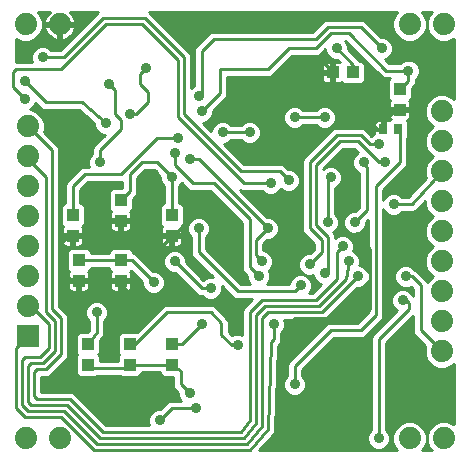
<source format=gbl>
G75*
%MOIN*%
%OFA0B0*%
%FSLAX25Y25*%
%IPPOS*%
%LPD*%
%AMOC8*
5,1,8,0,0,1.08239X$1,22.5*
%
%ADD10R,0.02756X0.03543*%
%ADD11C,0.07400*%
%ADD12R,0.07400X0.07400*%
%ADD13R,0.04331X0.03937*%
%ADD14R,0.03937X0.04331*%
%ADD15C,0.03600*%
%ADD16C,0.01000*%
D10*
X0431941Y0314500D03*
X0437059Y0314500D03*
D11*
X0312800Y0211500D03*
X0324200Y0211500D03*
X0313500Y0255500D03*
X0313500Y0265500D03*
X0313500Y0275500D03*
X0313500Y0285500D03*
X0313500Y0295500D03*
X0313500Y0305500D03*
X0313500Y0315500D03*
X0312800Y0349500D03*
X0324200Y0349500D03*
X0440800Y0349500D03*
X0452200Y0349500D03*
X0451500Y0320500D03*
X0451500Y0310500D03*
X0451500Y0300500D03*
X0451500Y0290500D03*
X0451500Y0280500D03*
X0451500Y0270500D03*
X0451500Y0260500D03*
X0451500Y0250500D03*
X0451500Y0240500D03*
X0452200Y0211500D03*
X0440800Y0211500D03*
D12*
X0313500Y0245500D03*
D13*
X0415154Y0333500D03*
X0421846Y0333500D03*
D14*
X0437500Y0327846D03*
X0437500Y0321154D03*
X0361500Y0285846D03*
X0361500Y0279154D03*
X0344500Y0284154D03*
X0344500Y0290846D03*
X0328500Y0285846D03*
X0328500Y0279154D03*
X0330500Y0270846D03*
X0330500Y0264154D03*
X0344500Y0264154D03*
X0344500Y0270846D03*
X0347500Y0242846D03*
X0347500Y0236154D03*
X0333500Y0236154D03*
X0333500Y0242846D03*
X0361500Y0242846D03*
X0361500Y0236154D03*
D15*
X0367500Y0226500D03*
X0369500Y0221500D03*
X0357500Y0217500D03*
X0383500Y0242500D03*
X0395500Y0249500D03*
X0400500Y0249500D03*
X0404500Y0262500D03*
X0407500Y0269500D03*
X0412500Y0266500D03*
X0420500Y0270500D03*
X0418500Y0275500D03*
X0423500Y0278500D03*
X0422500Y0283500D03*
X0413500Y0283500D03*
X0407500Y0275500D03*
X0423500Y0265500D03*
X0422500Y0252500D03*
X0438500Y0257500D03*
X0439500Y0265500D03*
X0435500Y0289500D03*
X0432500Y0303500D03*
X0430500Y0309500D03*
X0425500Y0303500D03*
X0414500Y0298500D03*
X0400500Y0297500D03*
X0394500Y0296500D03*
X0393500Y0281500D03*
X0393500Y0275500D03*
X0391500Y0270500D03*
X0390500Y0265500D03*
X0374500Y0261500D03*
X0362500Y0270500D03*
X0355500Y0263500D03*
X0371500Y0249500D03*
X0336500Y0253500D03*
X0370500Y0281500D03*
X0381500Y0284500D03*
X0361500Y0298500D03*
X0355500Y0299500D03*
X0362500Y0306500D03*
X0363500Y0311500D03*
X0367500Y0304500D03*
X0378500Y0313500D03*
X0387500Y0313500D03*
X0402500Y0318500D03*
X0412500Y0318500D03*
X0404500Y0336500D03*
X0416500Y0341500D03*
X0431500Y0341500D03*
X0440461Y0334012D03*
X0371500Y0320500D03*
X0370500Y0325500D03*
X0353000Y0335000D03*
X0340500Y0329500D03*
X0347500Y0319500D03*
X0339500Y0316500D03*
X0337500Y0303500D03*
X0312500Y0324500D03*
X0312500Y0330500D03*
X0318500Y0338500D03*
X0402500Y0229500D03*
X0430500Y0211500D03*
D16*
X0430500Y0244500D01*
X0440500Y0254500D01*
X0440500Y0256500D01*
X0439500Y0257500D01*
X0438500Y0257500D01*
X0442000Y0258980D02*
X0441721Y0259653D01*
X0440653Y0260721D01*
X0439256Y0261300D01*
X0437744Y0261300D01*
X0436347Y0260721D01*
X0435279Y0259653D01*
X0434700Y0258256D01*
X0434700Y0256744D01*
X0435279Y0255347D01*
X0436347Y0254279D01*
X0436627Y0254163D01*
X0429084Y0246619D01*
X0429084Y0246619D01*
X0428381Y0245916D01*
X0428000Y0244997D01*
X0428000Y0214374D01*
X0427279Y0213653D01*
X0426700Y0212256D01*
X0426700Y0210744D01*
X0427279Y0209347D01*
X0428347Y0208279D01*
X0429744Y0207700D01*
X0431256Y0207700D01*
X0432653Y0208279D01*
X0433721Y0209347D01*
X0434300Y0210744D01*
X0434300Y0212256D01*
X0433721Y0213653D01*
X0433000Y0214374D01*
X0433000Y0243464D01*
X0441916Y0252381D01*
X0442000Y0252464D01*
X0442000Y0247003D01*
X0442381Y0246084D01*
X0446102Y0242363D01*
X0445800Y0241634D01*
X0445800Y0239366D01*
X0446668Y0237271D01*
X0448271Y0235668D01*
X0450366Y0234800D01*
X0452634Y0234800D01*
X0454729Y0235668D01*
X0455500Y0236439D01*
X0455500Y0216261D01*
X0455429Y0216332D01*
X0453334Y0217200D01*
X0451066Y0217200D01*
X0448971Y0216332D01*
X0447368Y0214729D01*
X0446500Y0212634D01*
X0445632Y0214729D01*
X0444029Y0216332D01*
X0441934Y0217200D01*
X0439666Y0217200D01*
X0437571Y0216332D01*
X0435968Y0214729D01*
X0435100Y0212634D01*
X0435100Y0210366D01*
X0435968Y0208271D01*
X0436739Y0207500D01*
X0390793Y0207500D01*
X0395308Y0212767D01*
X0395569Y0213012D01*
X0395629Y0213142D01*
X0395722Y0213251D01*
X0395833Y0213591D01*
X0395981Y0213917D01*
X0395986Y0214060D01*
X0396031Y0214196D01*
X0396003Y0214553D01*
X0396965Y0242429D01*
X0397619Y0243084D01*
X0398000Y0244003D01*
X0398000Y0246626D01*
X0398721Y0247347D01*
X0399300Y0248744D01*
X0399300Y0250256D01*
X0398992Y0251000D01*
X0411997Y0251000D01*
X0412916Y0251381D01*
X0423236Y0261700D01*
X0424256Y0261700D01*
X0425653Y0262279D01*
X0426721Y0263347D01*
X0427000Y0264020D01*
X0427000Y0253536D01*
X0423464Y0250000D01*
X0414003Y0250000D01*
X0413084Y0249619D01*
X0412381Y0248916D01*
X0401084Y0237619D01*
X0401084Y0237619D01*
X0400381Y0236916D01*
X0400000Y0235997D01*
X0400000Y0232374D01*
X0399279Y0231653D01*
X0398700Y0230256D01*
X0398700Y0228744D01*
X0399279Y0227347D01*
X0400347Y0226279D01*
X0401744Y0225700D01*
X0403256Y0225700D01*
X0404653Y0226279D01*
X0405721Y0227347D01*
X0406300Y0228744D01*
X0406300Y0230256D01*
X0405721Y0231653D01*
X0405000Y0232374D01*
X0405000Y0234464D01*
X0415536Y0245000D01*
X0424997Y0245000D01*
X0425916Y0245381D01*
X0426619Y0246084D01*
X0431619Y0251084D01*
X0432000Y0252003D01*
X0432000Y0288020D01*
X0432279Y0287347D01*
X0433347Y0286279D01*
X0434744Y0285700D01*
X0436256Y0285700D01*
X0437653Y0286279D01*
X0438374Y0287000D01*
X0441064Y0287000D01*
X0441122Y0286979D01*
X0441559Y0287000D01*
X0441997Y0287000D01*
X0442054Y0287024D01*
X0442116Y0287026D01*
X0442512Y0287213D01*
X0442916Y0287381D01*
X0442960Y0287424D01*
X0443015Y0287450D01*
X0443310Y0287774D01*
X0443619Y0288084D01*
X0443643Y0288141D01*
X0445800Y0290514D01*
X0445800Y0289366D01*
X0446668Y0287271D01*
X0448271Y0285668D01*
X0448676Y0285500D01*
X0448271Y0285332D01*
X0446668Y0283729D01*
X0445800Y0281634D01*
X0445800Y0279366D01*
X0446668Y0277271D01*
X0448271Y0275668D01*
X0448676Y0275500D01*
X0448271Y0275332D01*
X0446668Y0273729D01*
X0445800Y0271634D01*
X0445800Y0269366D01*
X0446668Y0267271D01*
X0448271Y0265668D01*
X0448676Y0265500D01*
X0448271Y0265332D01*
X0446688Y0263749D01*
X0446619Y0263916D01*
X0445916Y0264619D01*
X0442916Y0267619D01*
X0442640Y0267734D01*
X0441653Y0268721D01*
X0440256Y0269300D01*
X0438744Y0269300D01*
X0437347Y0268721D01*
X0436279Y0267653D01*
X0435700Y0266256D01*
X0435700Y0264744D01*
X0436279Y0263347D01*
X0437347Y0262279D01*
X0438744Y0261700D01*
X0440256Y0261700D01*
X0441323Y0262142D01*
X0442000Y0261464D01*
X0442000Y0258980D01*
X0442000Y0259420D02*
X0441818Y0259420D01*
X0442000Y0260418D02*
X0440956Y0260418D01*
X0442000Y0261417D02*
X0432000Y0261417D01*
X0432000Y0262415D02*
X0437211Y0262415D01*
X0436251Y0263414D02*
X0432000Y0263414D01*
X0432000Y0264412D02*
X0435837Y0264412D01*
X0435700Y0265411D02*
X0432000Y0265411D01*
X0432000Y0266409D02*
X0435764Y0266409D01*
X0436177Y0267408D02*
X0432000Y0267408D01*
X0432000Y0268406D02*
X0437032Y0268406D01*
X0439500Y0265500D02*
X0441500Y0265500D01*
X0444500Y0262500D01*
X0444500Y0247500D01*
X0451500Y0240500D01*
X0447485Y0236454D02*
X0433000Y0236454D01*
X0433000Y0237452D02*
X0446593Y0237452D01*
X0446179Y0238451D02*
X0433000Y0238451D01*
X0433000Y0239449D02*
X0445800Y0239449D01*
X0445800Y0240448D02*
X0433000Y0240448D01*
X0433000Y0241446D02*
X0445800Y0241446D01*
X0446020Y0242445D02*
X0433000Y0242445D01*
X0433000Y0243443D02*
X0445021Y0243443D01*
X0444023Y0244442D02*
X0433977Y0244442D01*
X0434976Y0245440D02*
X0443024Y0245440D01*
X0442234Y0246439D02*
X0435974Y0246439D01*
X0436973Y0247437D02*
X0442000Y0247437D01*
X0442000Y0248436D02*
X0437972Y0248436D01*
X0438970Y0249434D02*
X0442000Y0249434D01*
X0442000Y0250433D02*
X0439969Y0250433D01*
X0440967Y0251432D02*
X0442000Y0251432D01*
X0441916Y0252381D02*
X0441916Y0252381D01*
X0441966Y0252430D02*
X0442000Y0252430D01*
X0436199Y0254427D02*
X0432000Y0254427D01*
X0432000Y0253429D02*
X0435893Y0253429D01*
X0434895Y0252430D02*
X0432000Y0252430D01*
X0431763Y0251432D02*
X0433896Y0251432D01*
X0432897Y0250433D02*
X0430969Y0250433D01*
X0431899Y0249434D02*
X0429970Y0249434D01*
X0430900Y0248436D02*
X0428972Y0248436D01*
X0429902Y0247437D02*
X0427973Y0247437D01*
X0428903Y0246439D02*
X0426974Y0246439D01*
X0425976Y0245440D02*
X0428184Y0245440D01*
X0428000Y0244442D02*
X0414977Y0244442D01*
X0413979Y0243443D02*
X0428000Y0243443D01*
X0428000Y0242445D02*
X0412980Y0242445D01*
X0411982Y0241446D02*
X0428000Y0241446D01*
X0428000Y0240448D02*
X0410983Y0240448D01*
X0409985Y0239449D02*
X0428000Y0239449D01*
X0428000Y0238451D02*
X0408986Y0238451D01*
X0407988Y0237452D02*
X0428000Y0237452D01*
X0428000Y0236454D02*
X0406989Y0236454D01*
X0405991Y0235455D02*
X0428000Y0235455D01*
X0428000Y0234457D02*
X0405000Y0234457D01*
X0405000Y0233458D02*
X0428000Y0233458D01*
X0428000Y0232460D02*
X0405000Y0232460D01*
X0405801Y0231461D02*
X0428000Y0231461D01*
X0428000Y0230463D02*
X0406214Y0230463D01*
X0406300Y0229464D02*
X0428000Y0229464D01*
X0428000Y0228466D02*
X0406185Y0228466D01*
X0405771Y0227467D02*
X0428000Y0227467D01*
X0428000Y0226469D02*
X0404843Y0226469D01*
X0402500Y0229500D02*
X0402500Y0235500D01*
X0414500Y0247500D01*
X0424500Y0247500D01*
X0429500Y0252500D01*
X0429500Y0295500D01*
X0437500Y0303500D01*
X0437500Y0314059D01*
X0437059Y0314500D01*
X0440437Y0314338D02*
X0447277Y0314338D01*
X0446668Y0313729D02*
X0445800Y0311634D01*
X0445800Y0309366D01*
X0446668Y0307271D01*
X0448271Y0305668D01*
X0448676Y0305500D01*
X0448271Y0305332D01*
X0446668Y0303729D01*
X0445800Y0301634D01*
X0445800Y0299366D01*
X0446204Y0298391D01*
X0440394Y0292000D01*
X0438374Y0292000D01*
X0437653Y0292721D01*
X0436256Y0293300D01*
X0434744Y0293300D01*
X0433347Y0292721D01*
X0432279Y0291653D01*
X0432000Y0290980D01*
X0432000Y0294464D01*
X0438916Y0301381D01*
X0439619Y0302084D01*
X0440000Y0303003D01*
X0440000Y0311463D01*
X0440437Y0311900D01*
X0440437Y0317100D01*
X0439968Y0317569D01*
X0440047Y0317590D01*
X0440390Y0317788D01*
X0440669Y0318067D01*
X0440866Y0318409D01*
X0440968Y0318791D01*
X0440968Y0320669D01*
X0437984Y0320669D01*
X0437984Y0321638D01*
X0440968Y0321638D01*
X0440968Y0323516D01*
X0440866Y0323898D01*
X0440737Y0324121D01*
X0441468Y0324853D01*
X0441468Y0328279D01*
X0441877Y0328688D01*
X0442580Y0329391D01*
X0442961Y0330310D01*
X0442961Y0331138D01*
X0443682Y0331859D01*
X0444261Y0333256D01*
X0444261Y0334768D01*
X0443682Y0336164D01*
X0442613Y0337233D01*
X0441216Y0337812D01*
X0439705Y0337812D01*
X0438308Y0337233D01*
X0437587Y0336512D01*
X0434024Y0336512D01*
X0432666Y0337870D01*
X0433653Y0338279D01*
X0434721Y0339347D01*
X0435300Y0340744D01*
X0435300Y0342256D01*
X0434721Y0343653D01*
X0433653Y0344721D01*
X0432256Y0345300D01*
X0431236Y0345300D01*
X0425916Y0350619D01*
X0424997Y0351000D01*
X0413003Y0351000D01*
X0412084Y0350619D01*
X0411381Y0349916D01*
X0408464Y0347000D01*
X0375003Y0347000D01*
X0374084Y0346619D01*
X0370084Y0342619D01*
X0369381Y0341916D01*
X0369000Y0340997D01*
X0369000Y0328992D01*
X0368347Y0328721D01*
X0368000Y0328374D01*
X0368000Y0338997D01*
X0367619Y0339916D01*
X0366916Y0340619D01*
X0354619Y0352916D01*
X0354036Y0353500D01*
X0436739Y0353500D01*
X0435968Y0352729D01*
X0435100Y0350634D01*
X0435100Y0348366D01*
X0435968Y0346271D01*
X0437571Y0344668D01*
X0439666Y0343800D01*
X0441934Y0343800D01*
X0444029Y0344668D01*
X0445632Y0346271D01*
X0446500Y0348366D01*
X0447368Y0346271D01*
X0448971Y0344668D01*
X0451066Y0343800D01*
X0453334Y0343800D01*
X0455429Y0344668D01*
X0455500Y0344739D01*
X0455500Y0324561D01*
X0454729Y0325332D01*
X0452634Y0326200D01*
X0450366Y0326200D01*
X0448271Y0325332D01*
X0446668Y0323729D01*
X0445800Y0321634D01*
X0445800Y0319366D01*
X0446668Y0317271D01*
X0448271Y0315668D01*
X0448676Y0315500D01*
X0448271Y0315332D01*
X0446668Y0313729D01*
X0446506Y0313339D02*
X0440437Y0313339D01*
X0440437Y0312341D02*
X0446093Y0312341D01*
X0445800Y0311342D02*
X0440000Y0311342D01*
X0440000Y0310344D02*
X0445800Y0310344D01*
X0445809Y0309345D02*
X0440000Y0309345D01*
X0440000Y0308347D02*
X0446222Y0308347D01*
X0446636Y0307348D02*
X0440000Y0307348D01*
X0440000Y0306350D02*
X0447589Y0306350D01*
X0448317Y0305351D02*
X0440000Y0305351D01*
X0440000Y0304353D02*
X0447292Y0304353D01*
X0446513Y0303354D02*
X0440000Y0303354D01*
X0439732Y0302356D02*
X0446099Y0302356D01*
X0445800Y0301357D02*
X0438893Y0301357D01*
X0437894Y0300359D02*
X0445800Y0300359D01*
X0445803Y0299360D02*
X0436896Y0299360D01*
X0435897Y0298362D02*
X0446177Y0298362D01*
X0445270Y0297363D02*
X0434899Y0297363D01*
X0433900Y0296365D02*
X0444362Y0296365D01*
X0443454Y0295366D02*
X0432902Y0295366D01*
X0432000Y0294368D02*
X0442546Y0294368D01*
X0441639Y0293369D02*
X0432000Y0293369D01*
X0432000Y0292370D02*
X0432996Y0292370D01*
X0432162Y0291372D02*
X0432000Y0291372D01*
X0435500Y0289500D02*
X0441500Y0289500D01*
X0451500Y0300500D01*
X0440731Y0292370D02*
X0438004Y0292370D01*
X0437753Y0286379D02*
X0447560Y0286379D01*
X0448389Y0285381D02*
X0432000Y0285381D01*
X0432000Y0286379D02*
X0433247Y0286379D01*
X0432266Y0287378D02*
X0432000Y0287378D01*
X0432000Y0284382D02*
X0447321Y0284382D01*
X0446525Y0283384D02*
X0432000Y0283384D01*
X0432000Y0282385D02*
X0446111Y0282385D01*
X0445800Y0281387D02*
X0432000Y0281387D01*
X0432000Y0280388D02*
X0445800Y0280388D01*
X0445800Y0279390D02*
X0432000Y0279390D01*
X0432000Y0278391D02*
X0446204Y0278391D01*
X0446617Y0277393D02*
X0432000Y0277393D01*
X0432000Y0276394D02*
X0447545Y0276394D01*
X0448425Y0275396D02*
X0432000Y0275396D01*
X0432000Y0274397D02*
X0447336Y0274397D01*
X0446531Y0273399D02*
X0432000Y0273399D01*
X0432000Y0272400D02*
X0446117Y0272400D01*
X0445800Y0271402D02*
X0432000Y0271402D01*
X0432000Y0270403D02*
X0445800Y0270403D01*
X0445800Y0269405D02*
X0432000Y0269405D01*
X0427000Y0269405D02*
X0424159Y0269405D01*
X0424116Y0269300D02*
X0424300Y0269744D01*
X0424300Y0271256D01*
X0423721Y0272653D01*
X0422653Y0273721D01*
X0421990Y0273996D01*
X0422300Y0274744D01*
X0422300Y0276256D01*
X0421721Y0277653D01*
X0420653Y0278721D01*
X0419256Y0279300D01*
X0417744Y0279300D01*
X0416347Y0278721D01*
X0416000Y0278374D01*
X0416000Y0278997D01*
X0415619Y0279916D01*
X0415373Y0280163D01*
X0415653Y0280279D01*
X0416721Y0281347D01*
X0417300Y0282744D01*
X0417300Y0284256D01*
X0416721Y0285653D01*
X0416000Y0286374D01*
X0416000Y0295008D01*
X0416653Y0295279D01*
X0417721Y0296347D01*
X0418300Y0297744D01*
X0418300Y0299256D01*
X0417721Y0300653D01*
X0416653Y0301721D01*
X0415256Y0302300D01*
X0413744Y0302300D01*
X0412347Y0301721D01*
X0412000Y0301374D01*
X0412000Y0301464D01*
X0418536Y0308000D01*
X0422464Y0308000D01*
X0423627Y0306837D01*
X0423347Y0306721D01*
X0422279Y0305653D01*
X0421700Y0304256D01*
X0421700Y0302744D01*
X0422279Y0301347D01*
X0423347Y0300279D01*
X0424000Y0300008D01*
X0424000Y0288536D01*
X0422764Y0287300D01*
X0421744Y0287300D01*
X0420347Y0286721D01*
X0419279Y0285653D01*
X0418700Y0284256D01*
X0418700Y0282744D01*
X0419279Y0281347D01*
X0420347Y0280279D01*
X0421744Y0279700D01*
X0423256Y0279700D01*
X0424653Y0280279D01*
X0425721Y0281347D01*
X0426300Y0282744D01*
X0426300Y0283764D01*
X0427000Y0284464D01*
X0427000Y0266980D01*
X0426721Y0267653D01*
X0425653Y0268721D01*
X0424256Y0269300D01*
X0424116Y0269300D01*
X0424300Y0270403D02*
X0427000Y0270403D01*
X0427000Y0271402D02*
X0424240Y0271402D01*
X0423826Y0272400D02*
X0427000Y0272400D01*
X0427000Y0273399D02*
X0422975Y0273399D01*
X0422156Y0274397D02*
X0427000Y0274397D01*
X0427500Y0274500D02*
X0427500Y0254500D01*
X0425500Y0252500D01*
X0422500Y0252500D01*
X0421500Y0252500D01*
X0420500Y0251500D01*
X0402500Y0251500D01*
X0400500Y0249500D01*
X0399300Y0249434D02*
X0412899Y0249434D01*
X0412381Y0248916D02*
X0412381Y0248916D01*
X0411900Y0248436D02*
X0399172Y0248436D01*
X0398759Y0247437D02*
X0410902Y0247437D01*
X0409903Y0246439D02*
X0398000Y0246439D01*
X0398000Y0245440D02*
X0408905Y0245440D01*
X0407906Y0244442D02*
X0398000Y0244442D01*
X0397768Y0243443D02*
X0406908Y0243443D01*
X0405909Y0242445D02*
X0396980Y0242445D01*
X0396931Y0241446D02*
X0404911Y0241446D01*
X0403912Y0240448D02*
X0396896Y0240448D01*
X0396862Y0239449D02*
X0402914Y0239449D01*
X0401915Y0238451D02*
X0396827Y0238451D01*
X0396793Y0237452D02*
X0400917Y0237452D01*
X0400189Y0236454D02*
X0396758Y0236454D01*
X0396724Y0235455D02*
X0400000Y0235455D01*
X0400000Y0234457D02*
X0396690Y0234457D01*
X0396655Y0233458D02*
X0400000Y0233458D01*
X0400000Y0232460D02*
X0396621Y0232460D01*
X0396586Y0231461D02*
X0399199Y0231461D01*
X0398786Y0230463D02*
X0396552Y0230463D01*
X0396517Y0229464D02*
X0398700Y0229464D01*
X0398815Y0228466D02*
X0396483Y0228466D01*
X0396449Y0227467D02*
X0399229Y0227467D01*
X0400157Y0226469D02*
X0396414Y0226469D01*
X0396380Y0225470D02*
X0428000Y0225470D01*
X0428000Y0224472D02*
X0396345Y0224472D01*
X0396311Y0223473D02*
X0428000Y0223473D01*
X0428000Y0222475D02*
X0396276Y0222475D01*
X0396242Y0221476D02*
X0428000Y0221476D01*
X0428000Y0220478D02*
X0396208Y0220478D01*
X0396173Y0219479D02*
X0428000Y0219479D01*
X0428000Y0218481D02*
X0396139Y0218481D01*
X0396104Y0217482D02*
X0428000Y0217482D01*
X0428000Y0216484D02*
X0396070Y0216484D01*
X0396035Y0215485D02*
X0428000Y0215485D01*
X0428000Y0214487D02*
X0396008Y0214487D01*
X0395799Y0213488D02*
X0427210Y0213488D01*
X0426797Y0212490D02*
X0395069Y0212490D01*
X0394214Y0211491D02*
X0426700Y0211491D01*
X0426804Y0210493D02*
X0393358Y0210493D01*
X0392502Y0209494D02*
X0427218Y0209494D01*
X0428130Y0208496D02*
X0391646Y0208496D01*
X0387500Y0207500D02*
X0393500Y0214500D01*
X0394500Y0243500D01*
X0395500Y0244500D01*
X0395500Y0249500D01*
X0399227Y0250433D02*
X0423897Y0250433D01*
X0424896Y0251432D02*
X0412967Y0251432D01*
X0413966Y0252430D02*
X0425895Y0252430D01*
X0426893Y0253429D02*
X0414964Y0253429D01*
X0415963Y0254427D02*
X0427000Y0254427D01*
X0427000Y0255426D02*
X0416961Y0255426D01*
X0417960Y0256424D02*
X0427000Y0256424D01*
X0427000Y0257423D02*
X0418958Y0257423D01*
X0419957Y0258421D02*
X0427000Y0258421D01*
X0427000Y0259420D02*
X0420955Y0259420D01*
X0421954Y0260418D02*
X0427000Y0260418D01*
X0427000Y0261417D02*
X0422952Y0261417D01*
X0425789Y0262415D02*
X0427000Y0262415D01*
X0427000Y0263414D02*
X0426749Y0263414D01*
X0423500Y0265500D02*
X0411500Y0253500D01*
X0393500Y0253500D01*
X0391500Y0251500D01*
X0391500Y0215500D01*
X0386500Y0209500D01*
X0336500Y0209500D01*
X0325500Y0220500D01*
X0313500Y0220500D01*
X0311500Y0222500D01*
X0311500Y0237500D01*
X0312500Y0238500D01*
X0317500Y0238500D01*
X0320500Y0241500D01*
X0320500Y0249500D01*
X0314500Y0255500D01*
X0313500Y0255500D01*
X0319500Y0253500D02*
X0322500Y0250500D01*
X0322500Y0240500D01*
X0318500Y0236500D01*
X0314500Y0236500D01*
X0313500Y0235500D01*
X0313500Y0223500D01*
X0314500Y0222500D01*
X0326500Y0222500D01*
X0337500Y0211500D01*
X0385500Y0211500D01*
X0389500Y0216500D01*
X0389500Y0252500D01*
X0392500Y0255500D01*
X0410500Y0255500D01*
X0419500Y0264500D01*
X0420500Y0270500D01*
X0416500Y0273500D02*
X0416500Y0264500D01*
X0409500Y0257500D01*
X0391500Y0257500D01*
X0387500Y0253500D01*
X0387500Y0217500D01*
X0384500Y0213500D01*
X0338500Y0213500D01*
X0327500Y0224500D01*
X0316500Y0224500D01*
X0315500Y0225500D01*
X0315500Y0233500D01*
X0316500Y0234500D01*
X0319500Y0234500D01*
X0324500Y0239500D01*
X0324500Y0251500D01*
X0321500Y0254500D01*
X0321500Y0307500D01*
X0313500Y0315500D01*
X0319200Y0315336D02*
X0335869Y0315336D01*
X0335700Y0315744D02*
X0336279Y0314347D01*
X0337347Y0313279D01*
X0338744Y0312700D01*
X0339164Y0312700D01*
X0335381Y0308916D01*
X0335000Y0307997D01*
X0335000Y0306374D01*
X0334279Y0305653D01*
X0333700Y0304256D01*
X0333700Y0302744D01*
X0334008Y0302000D01*
X0332003Y0302000D01*
X0331084Y0301619D01*
X0330381Y0300916D01*
X0327084Y0297619D01*
X0327084Y0297619D01*
X0326381Y0296916D01*
X0326000Y0295997D01*
X0326000Y0290012D01*
X0325703Y0290012D01*
X0324531Y0288840D01*
X0324531Y0282853D01*
X0325263Y0282121D01*
X0325134Y0281898D01*
X0325031Y0281516D01*
X0325031Y0279638D01*
X0328016Y0279638D01*
X0328016Y0278669D01*
X0328984Y0278669D01*
X0328984Y0275488D01*
X0330666Y0275488D01*
X0331047Y0275590D01*
X0331390Y0275788D01*
X0331669Y0276067D01*
X0331866Y0276409D01*
X0331968Y0276791D01*
X0331968Y0278669D01*
X0328984Y0278669D01*
X0328984Y0279638D01*
X0331968Y0279638D01*
X0331968Y0281516D01*
X0331866Y0281898D01*
X0331737Y0282121D01*
X0332468Y0282853D01*
X0332468Y0288840D01*
X0331297Y0290012D01*
X0331000Y0290012D01*
X0331000Y0294464D01*
X0333536Y0297000D01*
X0344997Y0297000D01*
X0345000Y0297001D01*
X0345000Y0295012D01*
X0341703Y0295012D01*
X0340531Y0293840D01*
X0340531Y0287853D01*
X0341263Y0287121D01*
X0341134Y0286898D01*
X0341031Y0286516D01*
X0341031Y0284638D01*
X0344016Y0284638D01*
X0344016Y0283669D01*
X0344984Y0283669D01*
X0344984Y0280488D01*
X0346666Y0280488D01*
X0347047Y0280590D01*
X0347390Y0280788D01*
X0347669Y0281067D01*
X0347866Y0281409D01*
X0347968Y0281791D01*
X0347968Y0283669D01*
X0344984Y0283669D01*
X0344984Y0284638D01*
X0347968Y0284638D01*
X0347968Y0286516D01*
X0347866Y0286898D01*
X0347737Y0287121D01*
X0348468Y0287853D01*
X0348468Y0291279D01*
X0348916Y0291727D01*
X0348916Y0291727D01*
X0349619Y0292430D01*
X0350000Y0293349D01*
X0350000Y0298464D01*
X0352536Y0301000D01*
X0355464Y0301000D01*
X0357700Y0298764D01*
X0357700Y0297744D01*
X0358279Y0296347D01*
X0359000Y0295626D01*
X0359000Y0290012D01*
X0358703Y0290012D01*
X0357531Y0288840D01*
X0357531Y0282853D01*
X0358263Y0282121D01*
X0358134Y0281898D01*
X0358031Y0281516D01*
X0358031Y0279638D01*
X0361016Y0279638D01*
X0361016Y0278669D01*
X0361984Y0278669D01*
X0361984Y0275488D01*
X0363666Y0275488D01*
X0364047Y0275590D01*
X0364390Y0275788D01*
X0364669Y0276067D01*
X0364866Y0276409D01*
X0364968Y0276791D01*
X0364968Y0278669D01*
X0361984Y0278669D01*
X0361984Y0279638D01*
X0364968Y0279638D01*
X0364968Y0281516D01*
X0364866Y0281898D01*
X0364737Y0282121D01*
X0365468Y0282853D01*
X0365468Y0288840D01*
X0364297Y0290012D01*
X0364000Y0290012D01*
X0364000Y0295626D01*
X0364721Y0296347D01*
X0364837Y0296627D01*
X0366381Y0295084D01*
X0367084Y0294381D01*
X0368003Y0294000D01*
X0374464Y0294000D01*
X0385000Y0283464D01*
X0385000Y0268003D01*
X0385381Y0267084D01*
X0386700Y0265764D01*
X0386700Y0264744D01*
X0387279Y0263347D01*
X0387626Y0263000D01*
X0384536Y0263000D01*
X0373000Y0274536D01*
X0373000Y0278626D01*
X0373721Y0279347D01*
X0374300Y0280744D01*
X0374300Y0282256D01*
X0373721Y0283653D01*
X0372653Y0284721D01*
X0371256Y0285300D01*
X0369744Y0285300D01*
X0368347Y0284721D01*
X0367279Y0283653D01*
X0366700Y0282256D01*
X0366700Y0280744D01*
X0367279Y0279347D01*
X0368000Y0278626D01*
X0368000Y0273003D01*
X0368381Y0272084D01*
X0375164Y0265300D01*
X0373744Y0265300D01*
X0372347Y0264721D01*
X0372081Y0264455D01*
X0366300Y0270236D01*
X0366300Y0271256D01*
X0365721Y0272653D01*
X0364653Y0273721D01*
X0363256Y0274300D01*
X0361744Y0274300D01*
X0360347Y0273721D01*
X0359279Y0272653D01*
X0358700Y0271256D01*
X0358700Y0269744D01*
X0359279Y0268347D01*
X0360347Y0267279D01*
X0361744Y0266700D01*
X0362764Y0266700D01*
X0369381Y0260084D01*
X0370084Y0259381D01*
X0371003Y0259000D01*
X0371626Y0259000D01*
X0372347Y0258279D01*
X0373744Y0257700D01*
X0375256Y0257700D01*
X0376653Y0258279D01*
X0377721Y0259347D01*
X0378300Y0260744D01*
X0378300Y0262164D01*
X0381381Y0259084D01*
X0382084Y0258381D01*
X0383003Y0258000D01*
X0388464Y0258000D01*
X0386084Y0255619D01*
X0385381Y0254916D01*
X0385000Y0253997D01*
X0385000Y0245992D01*
X0384256Y0246300D01*
X0382744Y0246300D01*
X0381677Y0245858D01*
X0380500Y0247036D01*
X0380500Y0250497D01*
X0380119Y0251416D01*
X0375916Y0255619D01*
X0374997Y0256000D01*
X0359503Y0256000D01*
X0358584Y0255619D01*
X0357881Y0254916D01*
X0349976Y0247012D01*
X0344703Y0247012D01*
X0343531Y0245840D01*
X0343531Y0239853D01*
X0343884Y0239500D01*
X0343531Y0239147D01*
X0343531Y0237488D01*
X0337468Y0237488D01*
X0337468Y0239147D01*
X0337116Y0239500D01*
X0337468Y0239853D01*
X0337468Y0243971D01*
X0338393Y0245204D01*
X0338619Y0245430D01*
X0338689Y0245599D01*
X0338798Y0245744D01*
X0338878Y0246054D01*
X0339000Y0246349D01*
X0339000Y0246531D01*
X0339045Y0246708D01*
X0339000Y0247024D01*
X0339000Y0250626D01*
X0339721Y0251347D01*
X0340300Y0252744D01*
X0340300Y0254256D01*
X0339721Y0255653D01*
X0338653Y0256721D01*
X0337256Y0257300D01*
X0335744Y0257300D01*
X0334347Y0256721D01*
X0333279Y0255653D01*
X0332700Y0254256D01*
X0332700Y0252744D01*
X0333279Y0251347D01*
X0334000Y0250626D01*
X0334000Y0247680D01*
X0333499Y0247012D01*
X0330703Y0247012D01*
X0329531Y0245840D01*
X0329531Y0239853D01*
X0329884Y0239500D01*
X0329531Y0239147D01*
X0329531Y0233160D01*
X0330703Y0231988D01*
X0336297Y0231988D01*
X0336797Y0232488D01*
X0344203Y0232488D01*
X0344703Y0231988D01*
X0350297Y0231988D01*
X0351468Y0233160D01*
X0351468Y0233654D01*
X0357531Y0233654D01*
X0357531Y0233160D01*
X0358703Y0231988D01*
X0362000Y0231988D01*
X0362000Y0229003D01*
X0362381Y0228084D01*
X0363700Y0226764D01*
X0363700Y0225744D01*
X0364279Y0224347D01*
X0364626Y0224000D01*
X0361003Y0224000D01*
X0360084Y0223619D01*
X0357764Y0221300D01*
X0356744Y0221300D01*
X0355347Y0220721D01*
X0354279Y0219653D01*
X0353700Y0218256D01*
X0353700Y0216744D01*
X0354008Y0216000D01*
X0339536Y0216000D01*
X0328916Y0226619D01*
X0327997Y0227000D01*
X0318000Y0227000D01*
X0318000Y0232000D01*
X0319997Y0232000D01*
X0320916Y0232381D01*
X0321619Y0233084D01*
X0326619Y0238084D01*
X0327000Y0239003D01*
X0327000Y0251997D01*
X0326619Y0252916D01*
X0325916Y0253619D01*
X0324000Y0255536D01*
X0324000Y0307997D01*
X0323619Y0308916D01*
X0322916Y0309619D01*
X0318898Y0313637D01*
X0319200Y0314366D01*
X0319200Y0316634D01*
X0318332Y0318729D01*
X0316729Y0320332D01*
X0314634Y0321200D01*
X0314463Y0321200D01*
X0314653Y0321279D01*
X0315721Y0322347D01*
X0316130Y0323334D01*
X0318084Y0321381D01*
X0319003Y0321000D01*
X0330561Y0321000D01*
X0335700Y0316503D01*
X0335700Y0315744D01*
X0335700Y0316335D02*
X0319200Y0316335D01*
X0318910Y0317333D02*
X0334751Y0317333D01*
X0333610Y0318332D02*
X0318497Y0318332D01*
X0317731Y0319330D02*
X0332469Y0319330D01*
X0331328Y0320329D02*
X0316732Y0320329D01*
X0318213Y0321327D02*
X0314701Y0321327D01*
X0315700Y0322326D02*
X0317139Y0322326D01*
X0316140Y0323324D02*
X0316126Y0323324D01*
X0319500Y0323500D02*
X0312500Y0330500D01*
X0308500Y0328500D02*
X0308500Y0333500D01*
X0309500Y0334500D01*
X0324500Y0334500D01*
X0339500Y0349500D01*
X0351500Y0349500D01*
X0363500Y0337500D01*
X0363500Y0318500D01*
X0385500Y0296500D01*
X0394500Y0296500D01*
X0391626Y0294000D02*
X0392347Y0293279D01*
X0393744Y0292700D01*
X0395256Y0292700D01*
X0396653Y0293279D01*
X0397721Y0294347D01*
X0397885Y0294741D01*
X0398347Y0294279D01*
X0399744Y0293700D01*
X0401256Y0293700D01*
X0402653Y0294279D01*
X0403721Y0295347D01*
X0404300Y0296744D01*
X0404300Y0298256D01*
X0403721Y0299653D01*
X0402653Y0300721D01*
X0401256Y0301300D01*
X0400236Y0301300D01*
X0399619Y0301916D01*
X0398916Y0302619D01*
X0397997Y0303000D01*
X0385536Y0303000D01*
X0378836Y0309700D01*
X0379256Y0309700D01*
X0380653Y0310279D01*
X0381374Y0311000D01*
X0384626Y0311000D01*
X0385347Y0310279D01*
X0386744Y0309700D01*
X0388256Y0309700D01*
X0389653Y0310279D01*
X0390721Y0311347D01*
X0391300Y0312744D01*
X0391300Y0314256D01*
X0390721Y0315653D01*
X0389653Y0316721D01*
X0388256Y0317300D01*
X0386744Y0317300D01*
X0385347Y0316721D01*
X0384626Y0316000D01*
X0381374Y0316000D01*
X0380653Y0316721D01*
X0379256Y0317300D01*
X0377744Y0317300D01*
X0376347Y0316721D01*
X0375279Y0315653D01*
X0374700Y0314256D01*
X0374700Y0313836D01*
X0371836Y0316700D01*
X0372256Y0316700D01*
X0373653Y0317279D01*
X0374721Y0318347D01*
X0375300Y0319744D01*
X0375300Y0320764D01*
X0379619Y0325084D01*
X0380000Y0326003D01*
X0380000Y0332000D01*
X0393997Y0332000D01*
X0394916Y0332381D01*
X0401536Y0339000D01*
X0409997Y0339000D01*
X0410916Y0339381D01*
X0412700Y0341164D01*
X0412700Y0340744D01*
X0413279Y0339347D01*
X0414347Y0338279D01*
X0415744Y0337700D01*
X0416764Y0337700D01*
X0417496Y0336968D01*
X0415638Y0336968D01*
X0415638Y0333984D01*
X0414669Y0333984D01*
X0414669Y0333016D01*
X0411488Y0333016D01*
X0411488Y0331334D01*
X0411590Y0330953D01*
X0411788Y0330610D01*
X0412067Y0330331D01*
X0412409Y0330134D01*
X0412791Y0330031D01*
X0414669Y0330031D01*
X0414669Y0333016D01*
X0415638Y0333016D01*
X0415638Y0330031D01*
X0417516Y0330031D01*
X0417898Y0330134D01*
X0418121Y0330263D01*
X0418853Y0329531D01*
X0424840Y0329531D01*
X0426012Y0330703D01*
X0426012Y0336297D01*
X0424840Y0337468D01*
X0424008Y0337468D01*
X0423966Y0337570D01*
X0423263Y0338273D01*
X0420300Y0341236D01*
X0420300Y0342256D01*
X0419721Y0343653D01*
X0419374Y0344000D01*
X0419464Y0344000D01*
X0430869Y0332596D01*
X0431572Y0331892D01*
X0432491Y0331512D01*
X0434203Y0331512D01*
X0433531Y0330840D01*
X0433531Y0324853D01*
X0434263Y0324121D01*
X0434134Y0323898D01*
X0434031Y0323516D01*
X0434031Y0321638D01*
X0437016Y0321638D01*
X0437016Y0320669D01*
X0434031Y0320669D01*
X0434031Y0318791D01*
X0434134Y0318409D01*
X0434331Y0318067D01*
X0434490Y0317909D01*
X0434121Y0317540D01*
X0433898Y0317669D01*
X0433516Y0317772D01*
X0432130Y0317772D01*
X0432130Y0314689D01*
X0431752Y0314689D01*
X0431752Y0317772D01*
X0430366Y0317772D01*
X0429984Y0317669D01*
X0429642Y0317472D01*
X0429363Y0317193D01*
X0429165Y0316851D01*
X0429063Y0316469D01*
X0429063Y0314689D01*
X0431752Y0314689D01*
X0431752Y0314311D01*
X0429063Y0314311D01*
X0429063Y0313018D01*
X0428347Y0312721D01*
X0428081Y0312455D01*
X0425916Y0314619D01*
X0424997Y0315000D01*
X0416003Y0315000D01*
X0415084Y0314619D01*
X0405381Y0304916D01*
X0405000Y0303997D01*
X0405000Y0281003D01*
X0405381Y0280084D01*
X0406084Y0279381D01*
X0409000Y0276464D01*
X0409000Y0274536D01*
X0407764Y0273300D01*
X0406744Y0273300D01*
X0405347Y0272721D01*
X0404279Y0271653D01*
X0403700Y0270256D01*
X0403700Y0268744D01*
X0404279Y0267347D01*
X0405347Y0266279D01*
X0406744Y0265700D01*
X0408256Y0265700D01*
X0408700Y0265884D01*
X0408700Y0265744D01*
X0409279Y0264347D01*
X0410347Y0263279D01*
X0411334Y0262870D01*
X0408464Y0260000D01*
X0407374Y0260000D01*
X0407721Y0260347D01*
X0408300Y0261744D01*
X0408300Y0263256D01*
X0407721Y0264653D01*
X0406653Y0265721D01*
X0405256Y0266300D01*
X0403744Y0266300D01*
X0402347Y0265721D01*
X0401279Y0264653D01*
X0400700Y0263256D01*
X0400700Y0263000D01*
X0393374Y0263000D01*
X0393721Y0263347D01*
X0394300Y0264744D01*
X0394300Y0266256D01*
X0393811Y0267437D01*
X0394721Y0268347D01*
X0395300Y0269744D01*
X0395300Y0271256D01*
X0394721Y0272653D01*
X0393653Y0273721D01*
X0392256Y0274300D01*
X0392000Y0274300D01*
X0392000Y0276464D01*
X0393236Y0277700D01*
X0394256Y0277700D01*
X0395653Y0278279D01*
X0396721Y0279347D01*
X0397300Y0280744D01*
X0397300Y0282256D01*
X0396721Y0283653D01*
X0395653Y0284721D01*
X0394256Y0285300D01*
X0393236Y0285300D01*
X0384205Y0294330D01*
X0385003Y0294000D01*
X0391626Y0294000D01*
X0392257Y0293369D02*
X0385167Y0293369D01*
X0386165Y0292370D02*
X0405000Y0292370D01*
X0405000Y0291372D02*
X0387164Y0291372D01*
X0388162Y0290373D02*
X0405000Y0290373D01*
X0405000Y0289375D02*
X0389161Y0289375D01*
X0390159Y0288376D02*
X0405000Y0288376D01*
X0405000Y0287378D02*
X0391158Y0287378D01*
X0392156Y0286379D02*
X0405000Y0286379D01*
X0405000Y0285381D02*
X0393155Y0285381D01*
X0395992Y0284382D02*
X0405000Y0284382D01*
X0405000Y0283384D02*
X0396833Y0283384D01*
X0397246Y0282385D02*
X0405000Y0282385D01*
X0405000Y0281387D02*
X0397300Y0281387D01*
X0397153Y0280388D02*
X0405254Y0280388D01*
X0406075Y0279390D02*
X0396739Y0279390D01*
X0395765Y0278391D02*
X0407073Y0278391D01*
X0406084Y0279381D02*
X0406084Y0279381D01*
X0407500Y0281500D02*
X0411500Y0277500D01*
X0411500Y0273500D01*
X0407500Y0269500D01*
X0403700Y0269405D02*
X0395159Y0269405D01*
X0395300Y0270403D02*
X0403761Y0270403D01*
X0404175Y0271402D02*
X0395240Y0271402D01*
X0394826Y0272400D02*
X0405026Y0272400D01*
X0407863Y0273399D02*
X0393975Y0273399D01*
X0393500Y0275500D02*
X0407500Y0275500D01*
X0409000Y0275396D02*
X0392000Y0275396D01*
X0392000Y0276394D02*
X0409000Y0276394D01*
X0408072Y0277393D02*
X0392928Y0277393D01*
X0392000Y0274397D02*
X0408862Y0274397D01*
X0413500Y0278500D02*
X0413500Y0267500D01*
X0412500Y0266500D01*
X0408838Y0265411D02*
X0406963Y0265411D01*
X0407821Y0264412D02*
X0409252Y0264412D01*
X0410212Y0263414D02*
X0408235Y0263414D01*
X0408300Y0262415D02*
X0410880Y0262415D01*
X0409881Y0261417D02*
X0408164Y0261417D01*
X0407751Y0260418D02*
X0408883Y0260418D01*
X0404500Y0262500D02*
X0402500Y0260500D01*
X0383500Y0260500D01*
X0370500Y0273500D01*
X0370500Y0281500D01*
X0374300Y0281387D02*
X0385000Y0281387D01*
X0385000Y0282385D02*
X0374246Y0282385D01*
X0373833Y0283384D02*
X0385000Y0283384D01*
X0384082Y0284382D02*
X0372992Y0284382D01*
X0374153Y0280388D02*
X0385000Y0280388D01*
X0385000Y0279390D02*
X0373739Y0279390D01*
X0373000Y0278391D02*
X0385000Y0278391D01*
X0385000Y0277393D02*
X0373000Y0277393D01*
X0373000Y0276394D02*
X0385000Y0276394D01*
X0385000Y0275396D02*
X0373000Y0275396D01*
X0373138Y0274397D02*
X0385000Y0274397D01*
X0385000Y0273399D02*
X0374137Y0273399D01*
X0375135Y0272400D02*
X0385000Y0272400D01*
X0385000Y0271402D02*
X0376134Y0271402D01*
X0377132Y0270403D02*
X0385000Y0270403D01*
X0385000Y0269405D02*
X0378131Y0269405D01*
X0379129Y0268406D02*
X0385000Y0268406D01*
X0385246Y0267408D02*
X0380128Y0267408D01*
X0381126Y0266409D02*
X0386055Y0266409D01*
X0386700Y0265411D02*
X0382125Y0265411D01*
X0383123Y0264412D02*
X0386837Y0264412D01*
X0387251Y0263414D02*
X0384122Y0263414D01*
X0381045Y0259420D02*
X0377751Y0259420D01*
X0378165Y0260418D02*
X0380046Y0260418D01*
X0379048Y0261417D02*
X0378300Y0261417D01*
X0376795Y0258421D02*
X0382043Y0258421D01*
X0385890Y0255426D02*
X0376110Y0255426D01*
X0377108Y0254427D02*
X0385178Y0254427D01*
X0385000Y0253429D02*
X0378107Y0253429D01*
X0379105Y0252430D02*
X0385000Y0252430D01*
X0385000Y0251432D02*
X0380104Y0251432D01*
X0380500Y0250433D02*
X0385000Y0250433D01*
X0385000Y0249434D02*
X0380500Y0249434D01*
X0380500Y0248436D02*
X0385000Y0248436D01*
X0385000Y0247437D02*
X0380500Y0247437D01*
X0381097Y0246439D02*
X0385000Y0246439D01*
X0383500Y0242500D02*
X0381500Y0242500D01*
X0378000Y0246000D01*
X0378000Y0250000D01*
X0374500Y0253500D01*
X0360000Y0253500D01*
X0349346Y0242846D01*
X0347500Y0242846D01*
X0343531Y0242445D02*
X0337468Y0242445D01*
X0337468Y0243443D02*
X0343531Y0243443D01*
X0343531Y0244442D02*
X0337822Y0244442D01*
X0338624Y0245440D02*
X0343531Y0245440D01*
X0344130Y0246439D02*
X0339000Y0246439D01*
X0339000Y0247437D02*
X0350402Y0247437D01*
X0351400Y0248436D02*
X0339000Y0248436D01*
X0339000Y0249434D02*
X0352399Y0249434D01*
X0353397Y0250433D02*
X0339000Y0250433D01*
X0339756Y0251432D02*
X0354396Y0251432D01*
X0355395Y0252430D02*
X0340170Y0252430D01*
X0340300Y0253429D02*
X0356393Y0253429D01*
X0357392Y0254427D02*
X0340229Y0254427D01*
X0339815Y0255426D02*
X0358390Y0255426D01*
X0355500Y0257500D02*
X0360500Y0262500D01*
X0360500Y0264500D01*
X0358500Y0266500D01*
X0358500Y0276154D01*
X0361500Y0279154D01*
X0361846Y0279500D01*
X0362500Y0279500D01*
X0371500Y0288500D01*
X0377500Y0288500D01*
X0381500Y0284500D01*
X0383084Y0285381D02*
X0365468Y0285381D01*
X0365468Y0286379D02*
X0382085Y0286379D01*
X0381087Y0287378D02*
X0365468Y0287378D01*
X0365468Y0288376D02*
X0380088Y0288376D01*
X0379090Y0289375D02*
X0364934Y0289375D01*
X0364000Y0290373D02*
X0378091Y0290373D01*
X0377092Y0291372D02*
X0364000Y0291372D01*
X0364000Y0292370D02*
X0376094Y0292370D01*
X0375095Y0293369D02*
X0364000Y0293369D01*
X0364000Y0294368D02*
X0367115Y0294368D01*
X0366098Y0295366D02*
X0364000Y0295366D01*
X0364729Y0296365D02*
X0365100Y0296365D01*
X0368500Y0296500D02*
X0375500Y0296500D01*
X0387500Y0284500D01*
X0387500Y0268500D01*
X0390500Y0265500D01*
X0394300Y0265411D02*
X0402037Y0265411D01*
X0401179Y0264412D02*
X0394162Y0264412D01*
X0393749Y0263414D02*
X0400765Y0263414D01*
X0404254Y0267408D02*
X0393823Y0267408D01*
X0394236Y0266409D02*
X0405217Y0266409D01*
X0403840Y0268406D02*
X0394746Y0268406D01*
X0391500Y0270500D02*
X0389500Y0272500D01*
X0389500Y0277500D01*
X0393500Y0281500D01*
X0370500Y0304500D01*
X0367500Y0304500D01*
X0362500Y0302500D02*
X0368500Y0296500D01*
X0361500Y0298500D02*
X0361500Y0285846D01*
X0357531Y0285381D02*
X0347968Y0285381D01*
X0347968Y0286379D02*
X0357531Y0286379D01*
X0357531Y0287378D02*
X0347994Y0287378D01*
X0348468Y0288376D02*
X0357531Y0288376D01*
X0358066Y0289375D02*
X0348468Y0289375D01*
X0348468Y0290373D02*
X0359000Y0290373D01*
X0359000Y0291372D02*
X0348561Y0291372D01*
X0349560Y0292370D02*
X0359000Y0292370D01*
X0359000Y0293369D02*
X0350000Y0293369D01*
X0350000Y0294368D02*
X0359000Y0294368D01*
X0359000Y0295366D02*
X0350000Y0295366D01*
X0350000Y0296365D02*
X0358271Y0296365D01*
X0357858Y0297363D02*
X0350000Y0297363D01*
X0350000Y0298362D02*
X0357700Y0298362D01*
X0357104Y0299360D02*
X0350896Y0299360D01*
X0351894Y0300359D02*
X0356106Y0300359D01*
X0355500Y0299500D02*
X0355500Y0289500D01*
X0355500Y0282500D01*
X0358846Y0279154D01*
X0361500Y0279154D01*
X0361984Y0279390D02*
X0367261Y0279390D01*
X0366847Y0280388D02*
X0364968Y0280388D01*
X0364968Y0281387D02*
X0366700Y0281387D01*
X0366754Y0282385D02*
X0365001Y0282385D01*
X0365468Y0283384D02*
X0367167Y0283384D01*
X0368008Y0284382D02*
X0365468Y0284382D01*
X0364968Y0278391D02*
X0368000Y0278391D01*
X0368000Y0277393D02*
X0364968Y0277393D01*
X0364858Y0276394D02*
X0368000Y0276394D01*
X0368000Y0275396D02*
X0324000Y0275396D01*
X0324000Y0276394D02*
X0325142Y0276394D01*
X0325134Y0276409D02*
X0325331Y0276067D01*
X0325610Y0275788D01*
X0325953Y0275590D01*
X0326334Y0275488D01*
X0328016Y0275488D01*
X0328016Y0278669D01*
X0325031Y0278669D01*
X0325031Y0276791D01*
X0325134Y0276409D01*
X0324500Y0276500D02*
X0327154Y0279154D01*
X0328500Y0279154D01*
X0328984Y0279390D02*
X0361016Y0279390D01*
X0361016Y0278669D02*
X0358031Y0278669D01*
X0358031Y0276791D01*
X0358134Y0276409D01*
X0358331Y0276067D01*
X0358610Y0275788D01*
X0358953Y0275590D01*
X0359334Y0275488D01*
X0361016Y0275488D01*
X0361016Y0278669D01*
X0361016Y0278391D02*
X0361984Y0278391D01*
X0361984Y0277393D02*
X0361016Y0277393D01*
X0361016Y0276394D02*
X0361984Y0276394D01*
X0360025Y0273399D02*
X0348468Y0273399D01*
X0348468Y0273346D02*
X0348468Y0273840D01*
X0347297Y0275012D01*
X0341703Y0275012D01*
X0340531Y0273840D01*
X0340531Y0273346D01*
X0334468Y0273346D01*
X0334468Y0273840D01*
X0333297Y0275012D01*
X0327703Y0275012D01*
X0326531Y0273840D01*
X0326531Y0267853D01*
X0327263Y0267121D01*
X0327134Y0266898D01*
X0327031Y0266516D01*
X0327031Y0264638D01*
X0330016Y0264638D01*
X0330016Y0263669D01*
X0330984Y0263669D01*
X0330984Y0260488D01*
X0332666Y0260488D01*
X0333047Y0260590D01*
X0333390Y0260788D01*
X0333669Y0261067D01*
X0333866Y0261409D01*
X0333968Y0261791D01*
X0333968Y0263669D01*
X0330984Y0263669D01*
X0330984Y0264638D01*
X0333968Y0264638D01*
X0333968Y0266516D01*
X0333866Y0266898D01*
X0333737Y0267121D01*
X0334468Y0267853D01*
X0334468Y0268346D01*
X0340531Y0268346D01*
X0340531Y0267853D01*
X0341263Y0267121D01*
X0341134Y0266898D01*
X0341031Y0266516D01*
X0341031Y0264638D01*
X0344016Y0264638D01*
X0344016Y0263669D01*
X0344984Y0263669D01*
X0344984Y0260488D01*
X0346666Y0260488D01*
X0347047Y0260590D01*
X0347390Y0260788D01*
X0347669Y0261067D01*
X0347866Y0261409D01*
X0347968Y0261791D01*
X0347968Y0263669D01*
X0344984Y0263669D01*
X0344984Y0264638D01*
X0347968Y0264638D01*
X0347968Y0266516D01*
X0347866Y0266898D01*
X0347737Y0267121D01*
X0348040Y0267424D01*
X0351700Y0263764D01*
X0351700Y0262744D01*
X0352279Y0261347D01*
X0353347Y0260279D01*
X0354744Y0259700D01*
X0356256Y0259700D01*
X0357653Y0260279D01*
X0358721Y0261347D01*
X0359300Y0262744D01*
X0359300Y0264256D01*
X0358721Y0265653D01*
X0357653Y0266721D01*
X0356256Y0267300D01*
X0355236Y0267300D01*
X0349570Y0272966D01*
X0348651Y0273346D01*
X0348468Y0273346D01*
X0347911Y0274397D02*
X0368000Y0274397D01*
X0368000Y0273399D02*
X0364975Y0273399D01*
X0365826Y0272400D02*
X0368250Y0272400D01*
X0369063Y0271402D02*
X0366240Y0271402D01*
X0366300Y0270403D02*
X0370061Y0270403D01*
X0371060Y0269405D02*
X0367131Y0269405D01*
X0368129Y0268406D02*
X0372058Y0268406D01*
X0373057Y0267408D02*
X0369128Y0267408D01*
X0370126Y0266409D02*
X0374055Y0266409D01*
X0375054Y0265411D02*
X0371125Y0265411D01*
X0371500Y0261500D02*
X0362500Y0270500D01*
X0358700Y0270403D02*
X0352132Y0270403D01*
X0351134Y0271402D02*
X0358760Y0271402D01*
X0359174Y0272400D02*
X0350135Y0272400D01*
X0348154Y0270846D02*
X0344500Y0270846D01*
X0330500Y0270846D01*
X0326531Y0270403D02*
X0324000Y0270403D01*
X0324000Y0269405D02*
X0326531Y0269405D01*
X0326531Y0268406D02*
X0324000Y0268406D01*
X0324000Y0267408D02*
X0326976Y0267408D01*
X0327031Y0266409D02*
X0324000Y0266409D01*
X0324000Y0265411D02*
X0327031Y0265411D01*
X0327500Y0264500D02*
X0324500Y0267500D01*
X0324500Y0276500D01*
X0324000Y0277393D02*
X0325031Y0277393D01*
X0325031Y0278391D02*
X0324000Y0278391D01*
X0324000Y0279390D02*
X0328016Y0279390D01*
X0328016Y0278391D02*
X0328984Y0278391D01*
X0328984Y0277393D02*
X0328016Y0277393D01*
X0328016Y0276394D02*
X0328984Y0276394D01*
X0327089Y0274397D02*
X0324000Y0274397D01*
X0324000Y0273399D02*
X0326531Y0273399D01*
X0326531Y0272400D02*
X0324000Y0272400D01*
X0324000Y0271402D02*
X0326531Y0271402D01*
X0327500Y0264500D02*
X0330154Y0264500D01*
X0330500Y0264154D01*
X0344500Y0264154D01*
X0344500Y0262500D01*
X0349500Y0257500D01*
X0355500Y0257500D01*
X0357792Y0260418D02*
X0369046Y0260418D01*
X0368048Y0261417D02*
X0358750Y0261417D01*
X0359164Y0262415D02*
X0367049Y0262415D01*
X0366051Y0263414D02*
X0359300Y0263414D01*
X0359235Y0264412D02*
X0365052Y0264412D01*
X0364054Y0265411D02*
X0358822Y0265411D01*
X0357965Y0266409D02*
X0363055Y0266409D01*
X0360218Y0267408D02*
X0355128Y0267408D01*
X0354129Y0268406D02*
X0359254Y0268406D01*
X0358841Y0269405D02*
X0353131Y0269405D01*
X0350054Y0265411D02*
X0347968Y0265411D01*
X0347968Y0266409D02*
X0349055Y0266409D01*
X0348057Y0267408D02*
X0348024Y0267408D01*
X0348154Y0270846D02*
X0355500Y0263500D01*
X0351700Y0263414D02*
X0347968Y0263414D01*
X0347968Y0262415D02*
X0351836Y0262415D01*
X0352250Y0261417D02*
X0347868Y0261417D01*
X0344984Y0261417D02*
X0344016Y0261417D01*
X0344016Y0260488D02*
X0344016Y0263669D01*
X0341031Y0263669D01*
X0341031Y0261791D01*
X0341134Y0261409D01*
X0341331Y0261067D01*
X0341610Y0260788D01*
X0341953Y0260590D01*
X0342334Y0260488D01*
X0344016Y0260488D01*
X0344016Y0262415D02*
X0344984Y0262415D01*
X0344984Y0263414D02*
X0344016Y0263414D01*
X0344016Y0264412D02*
X0330984Y0264412D01*
X0330016Y0264412D02*
X0324000Y0264412D01*
X0324000Y0263414D02*
X0327031Y0263414D01*
X0327031Y0263669D02*
X0327031Y0261791D01*
X0327134Y0261409D01*
X0327331Y0261067D01*
X0327610Y0260788D01*
X0327953Y0260590D01*
X0328334Y0260488D01*
X0330016Y0260488D01*
X0330016Y0263669D01*
X0327031Y0263669D01*
X0327031Y0262415D02*
X0324000Y0262415D01*
X0324000Y0261417D02*
X0327132Y0261417D01*
X0330016Y0261417D02*
X0330984Y0261417D01*
X0330984Y0262415D02*
X0330016Y0262415D01*
X0330016Y0263414D02*
X0330984Y0263414D01*
X0333968Y0263414D02*
X0341031Y0263414D01*
X0341031Y0262415D02*
X0333968Y0262415D01*
X0333868Y0261417D02*
X0341132Y0261417D01*
X0341031Y0265411D02*
X0333968Y0265411D01*
X0333968Y0266409D02*
X0341031Y0266409D01*
X0340976Y0267408D02*
X0334024Y0267408D01*
X0334468Y0273399D02*
X0340531Y0273399D01*
X0341089Y0274397D02*
X0333911Y0274397D01*
X0331858Y0276394D02*
X0358142Y0276394D01*
X0358031Y0277393D02*
X0331968Y0277393D01*
X0331968Y0278391D02*
X0358031Y0278391D01*
X0358031Y0280388D02*
X0331968Y0280388D01*
X0331968Y0281387D02*
X0341147Y0281387D01*
X0341134Y0281409D02*
X0341331Y0281067D01*
X0341610Y0280788D01*
X0341953Y0280590D01*
X0342334Y0280488D01*
X0344016Y0280488D01*
X0344016Y0283669D01*
X0341031Y0283669D01*
X0341031Y0281791D01*
X0341134Y0281409D01*
X0341031Y0282385D02*
X0332001Y0282385D01*
X0332468Y0283384D02*
X0341031Y0283384D01*
X0341031Y0285381D02*
X0332468Y0285381D01*
X0332468Y0286379D02*
X0341031Y0286379D01*
X0341006Y0287378D02*
X0332468Y0287378D01*
X0332468Y0288376D02*
X0340531Y0288376D01*
X0340531Y0289375D02*
X0331934Y0289375D01*
X0331000Y0290373D02*
X0340531Y0290373D01*
X0340531Y0291372D02*
X0331000Y0291372D01*
X0331000Y0292370D02*
X0340531Y0292370D01*
X0340531Y0293369D02*
X0331000Y0293369D01*
X0331000Y0294368D02*
X0341059Y0294368D01*
X0345000Y0295366D02*
X0331902Y0295366D01*
X0332900Y0296365D02*
X0345000Y0296365D01*
X0344500Y0299500D02*
X0332500Y0299500D01*
X0328500Y0295500D01*
X0328500Y0285846D01*
X0324531Y0285381D02*
X0324000Y0285381D01*
X0324000Y0286379D02*
X0324531Y0286379D01*
X0324531Y0287378D02*
X0324000Y0287378D01*
X0324000Y0288376D02*
X0324531Y0288376D01*
X0324000Y0289375D02*
X0325066Y0289375D01*
X0326000Y0290373D02*
X0324000Y0290373D01*
X0324000Y0291372D02*
X0326000Y0291372D01*
X0326000Y0292370D02*
X0324000Y0292370D01*
X0324000Y0293369D02*
X0326000Y0293369D01*
X0326000Y0294368D02*
X0324000Y0294368D01*
X0324000Y0295366D02*
X0326000Y0295366D01*
X0326152Y0296365D02*
X0324000Y0296365D01*
X0324000Y0297363D02*
X0326828Y0297363D01*
X0327826Y0298362D02*
X0324000Y0298362D01*
X0324000Y0299360D02*
X0328825Y0299360D01*
X0329823Y0300359D02*
X0324000Y0300359D01*
X0324000Y0301357D02*
X0330822Y0301357D01*
X0330381Y0300916D02*
X0330381Y0300916D01*
X0333861Y0302356D02*
X0324000Y0302356D01*
X0324000Y0303354D02*
X0333700Y0303354D01*
X0333740Y0304353D02*
X0324000Y0304353D01*
X0324000Y0305351D02*
X0334154Y0305351D01*
X0334976Y0306350D02*
X0324000Y0306350D01*
X0324000Y0307348D02*
X0335000Y0307348D01*
X0335145Y0308347D02*
X0323855Y0308347D01*
X0323190Y0309345D02*
X0335810Y0309345D01*
X0336808Y0310344D02*
X0322192Y0310344D01*
X0321193Y0311342D02*
X0337807Y0311342D01*
X0338805Y0312341D02*
X0320195Y0312341D01*
X0319196Y0313339D02*
X0337287Y0313339D01*
X0336288Y0314338D02*
X0319188Y0314338D01*
X0319500Y0323500D02*
X0331500Y0323500D01*
X0339500Y0316500D01*
X0338500Y0316500D01*
X0342500Y0319500D02*
X0344500Y0317500D01*
X0344500Y0314500D01*
X0337500Y0307500D01*
X0337500Y0303500D01*
X0344500Y0299500D02*
X0356500Y0311500D01*
X0363500Y0311500D01*
X0362500Y0306500D02*
X0362500Y0302500D01*
X0361500Y0298500D02*
X0356500Y0303500D01*
X0351500Y0303500D01*
X0347500Y0299500D01*
X0347500Y0293846D01*
X0344500Y0290846D01*
X0344016Y0284382D02*
X0332468Y0284382D01*
X0324999Y0282385D02*
X0324000Y0282385D01*
X0324000Y0281387D02*
X0325031Y0281387D01*
X0325031Y0280388D02*
X0324000Y0280388D01*
X0324000Y0283384D02*
X0324531Y0283384D01*
X0324531Y0284382D02*
X0324000Y0284382D01*
X0344016Y0283384D02*
X0344984Y0283384D01*
X0344500Y0284154D02*
X0349823Y0284154D01*
X0349988Y0283988D01*
X0355500Y0289500D01*
X0357531Y0284382D02*
X0344984Y0284382D01*
X0344984Y0282385D02*
X0344016Y0282385D01*
X0344016Y0281387D02*
X0344984Y0281387D01*
X0347853Y0281387D02*
X0358031Y0281387D01*
X0357999Y0282385D02*
X0347968Y0282385D01*
X0347968Y0283384D02*
X0357531Y0283384D01*
X0351052Y0264412D02*
X0344984Y0264412D01*
X0353208Y0260418D02*
X0324000Y0260418D01*
X0324000Y0259420D02*
X0370045Y0259420D01*
X0372205Y0258421D02*
X0324000Y0258421D01*
X0324000Y0257423D02*
X0387887Y0257423D01*
X0386889Y0256424D02*
X0338950Y0256424D01*
X0336500Y0253500D02*
X0336500Y0246846D01*
X0333500Y0242846D01*
X0329531Y0242445D02*
X0327000Y0242445D01*
X0327000Y0243443D02*
X0329531Y0243443D01*
X0329531Y0244442D02*
X0327000Y0244442D01*
X0327000Y0245440D02*
X0329531Y0245440D01*
X0330130Y0246439D02*
X0327000Y0246439D01*
X0327000Y0247437D02*
X0333818Y0247437D01*
X0334000Y0248436D02*
X0327000Y0248436D01*
X0327000Y0249434D02*
X0334000Y0249434D01*
X0334000Y0250433D02*
X0327000Y0250433D01*
X0327000Y0251432D02*
X0333244Y0251432D01*
X0332830Y0252430D02*
X0326821Y0252430D01*
X0326107Y0253429D02*
X0332700Y0253429D01*
X0332771Y0254427D02*
X0325108Y0254427D01*
X0324110Y0255426D02*
X0333185Y0255426D01*
X0334050Y0256424D02*
X0324000Y0256424D01*
X0319500Y0253500D02*
X0319500Y0298500D01*
X0313500Y0304500D01*
X0313500Y0305500D01*
X0312500Y0324500D02*
X0308500Y0328500D01*
X0309500Y0337000D02*
X0309500Y0344739D01*
X0309571Y0344668D01*
X0311666Y0343800D01*
X0313934Y0343800D01*
X0316029Y0344668D01*
X0317632Y0346271D01*
X0318500Y0348366D01*
X0318500Y0350634D01*
X0317632Y0352729D01*
X0316861Y0353500D01*
X0320859Y0353500D01*
X0320812Y0353466D01*
X0320234Y0352888D01*
X0319753Y0352225D01*
X0319381Y0351496D01*
X0319128Y0350718D01*
X0319014Y0350000D01*
X0323700Y0350000D01*
X0323700Y0349000D01*
X0324700Y0349000D01*
X0324700Y0350000D01*
X0329386Y0350000D01*
X0329272Y0350718D01*
X0329019Y0351496D01*
X0328647Y0352225D01*
X0328166Y0352888D01*
X0327588Y0353466D01*
X0327541Y0353500D01*
X0336964Y0353500D01*
X0324464Y0341000D01*
X0321374Y0341000D01*
X0320653Y0341721D01*
X0319256Y0342300D01*
X0317744Y0342300D01*
X0316347Y0341721D01*
X0315279Y0340653D01*
X0314700Y0339256D01*
X0314700Y0337744D01*
X0315008Y0337000D01*
X0309500Y0337000D01*
X0309500Y0337303D02*
X0314883Y0337303D01*
X0314700Y0338302D02*
X0309500Y0338302D01*
X0309500Y0339301D02*
X0314719Y0339301D01*
X0315132Y0340299D02*
X0309500Y0340299D01*
X0309500Y0341298D02*
X0315924Y0341298D01*
X0317735Y0342296D02*
X0309500Y0342296D01*
X0309500Y0343295D02*
X0326759Y0343295D01*
X0327758Y0344293D02*
X0315124Y0344293D01*
X0316653Y0345292D02*
X0321146Y0345292D01*
X0321475Y0345053D02*
X0322204Y0344681D01*
X0322982Y0344428D01*
X0323700Y0344314D01*
X0323700Y0349000D01*
X0319014Y0349000D01*
X0319128Y0348282D01*
X0319381Y0347504D01*
X0319753Y0346775D01*
X0320234Y0346112D01*
X0320812Y0345534D01*
X0321475Y0345053D01*
X0320105Y0346290D02*
X0317640Y0346290D01*
X0318054Y0347289D02*
X0319491Y0347289D01*
X0319127Y0348287D02*
X0318467Y0348287D01*
X0318500Y0349286D02*
X0323700Y0349286D01*
X0323700Y0348287D02*
X0324700Y0348287D01*
X0324700Y0349000D02*
X0324700Y0344314D01*
X0325418Y0344428D01*
X0326196Y0344681D01*
X0326925Y0345053D01*
X0327588Y0345534D01*
X0328166Y0346112D01*
X0328647Y0346775D01*
X0329019Y0347504D01*
X0329272Y0348282D01*
X0329386Y0349000D01*
X0324700Y0349000D01*
X0324700Y0349286D02*
X0332750Y0349286D01*
X0333749Y0350284D02*
X0329341Y0350284D01*
X0329088Y0351283D02*
X0334747Y0351283D01*
X0335746Y0352281D02*
X0328607Y0352281D01*
X0327774Y0353280D02*
X0336744Y0353280D01*
X0338500Y0351500D02*
X0325500Y0338500D01*
X0318500Y0338500D01*
X0321076Y0341298D02*
X0324762Y0341298D01*
X0325761Y0342296D02*
X0319265Y0342296D01*
X0323700Y0345292D02*
X0324700Y0345292D01*
X0324700Y0346290D02*
X0323700Y0346290D01*
X0323700Y0347289D02*
X0324700Y0347289D01*
X0327254Y0345292D02*
X0328756Y0345292D01*
X0328295Y0346290D02*
X0329755Y0346290D01*
X0328909Y0347289D02*
X0330753Y0347289D01*
X0331752Y0348287D02*
X0329273Y0348287D01*
X0338500Y0351500D02*
X0352500Y0351500D01*
X0365500Y0338500D01*
X0365500Y0319500D01*
X0384500Y0300500D01*
X0397500Y0300500D01*
X0400500Y0297500D01*
X0404300Y0297363D02*
X0405000Y0297363D01*
X0405000Y0296365D02*
X0404143Y0296365D01*
X0403729Y0295366D02*
X0405000Y0295366D01*
X0405000Y0294368D02*
X0402742Y0294368D01*
X0405000Y0293369D02*
X0396743Y0293369D01*
X0397730Y0294368D02*
X0398258Y0294368D01*
X0404256Y0298362D02*
X0405000Y0298362D01*
X0405000Y0299360D02*
X0403843Y0299360D01*
X0403015Y0300359D02*
X0405000Y0300359D01*
X0405000Y0301357D02*
X0400178Y0301357D01*
X0399180Y0302356D02*
X0405000Y0302356D01*
X0405000Y0303354D02*
X0385181Y0303354D01*
X0384183Y0304353D02*
X0405147Y0304353D01*
X0405816Y0305351D02*
X0383184Y0305351D01*
X0382186Y0306350D02*
X0406814Y0306350D01*
X0407813Y0307348D02*
X0381187Y0307348D01*
X0380189Y0308347D02*
X0408811Y0308347D01*
X0409810Y0309345D02*
X0379190Y0309345D01*
X0380718Y0310344D02*
X0385282Y0310344D01*
X0387500Y0313500D02*
X0378500Y0313500D01*
X0381039Y0316335D02*
X0384961Y0316335D01*
X0390039Y0316335D02*
X0399291Y0316335D01*
X0399279Y0316347D02*
X0400347Y0315279D01*
X0401744Y0314700D01*
X0403256Y0314700D01*
X0404653Y0315279D01*
X0405374Y0316000D01*
X0409626Y0316000D01*
X0410347Y0315279D01*
X0411744Y0314700D01*
X0413256Y0314700D01*
X0414653Y0315279D01*
X0415721Y0316347D01*
X0416300Y0317744D01*
X0416300Y0319256D01*
X0415721Y0320653D01*
X0414653Y0321721D01*
X0413256Y0322300D01*
X0411744Y0322300D01*
X0410347Y0321721D01*
X0409626Y0321000D01*
X0405374Y0321000D01*
X0404653Y0321721D01*
X0403256Y0322300D01*
X0401744Y0322300D01*
X0400347Y0321721D01*
X0399279Y0320653D01*
X0398700Y0319256D01*
X0398700Y0317744D01*
X0399279Y0316347D01*
X0398870Y0317333D02*
X0373707Y0317333D01*
X0374706Y0318332D02*
X0398700Y0318332D01*
X0398731Y0319330D02*
X0375129Y0319330D01*
X0375300Y0320329D02*
X0399144Y0320329D01*
X0399953Y0321327D02*
X0375863Y0321327D01*
X0376861Y0322326D02*
X0434031Y0322326D01*
X0434031Y0323324D02*
X0377860Y0323324D01*
X0378858Y0324323D02*
X0434061Y0324323D01*
X0433531Y0325321D02*
X0379718Y0325321D01*
X0380000Y0326320D02*
X0433531Y0326320D01*
X0433531Y0327318D02*
X0380000Y0327318D01*
X0380000Y0328317D02*
X0433531Y0328317D01*
X0433531Y0329315D02*
X0380000Y0329315D01*
X0380000Y0330314D02*
X0412097Y0330314D01*
X0411494Y0331312D02*
X0380000Y0331312D01*
X0377500Y0334500D02*
X0377500Y0326500D01*
X0371500Y0320500D01*
X0372201Y0316335D02*
X0375961Y0316335D01*
X0375148Y0315336D02*
X0373199Y0315336D01*
X0374198Y0314338D02*
X0374734Y0314338D01*
X0389718Y0310344D02*
X0410808Y0310344D01*
X0411807Y0311342D02*
X0390716Y0311342D01*
X0391133Y0312341D02*
X0412805Y0312341D01*
X0413804Y0313339D02*
X0391300Y0313339D01*
X0391266Y0314338D02*
X0414802Y0314338D01*
X0414710Y0315336D02*
X0429063Y0315336D01*
X0429063Y0316335D02*
X0415709Y0316335D01*
X0416130Y0317333D02*
X0429503Y0317333D01*
X0431752Y0317333D02*
X0432130Y0317333D01*
X0432500Y0317500D02*
X0432500Y0315059D01*
X0431941Y0314500D01*
X0429988Y0314500D01*
X0415154Y0329335D01*
X0415154Y0333500D01*
X0412154Y0336500D01*
X0404500Y0336500D01*
X0400838Y0338302D02*
X0414324Y0338302D01*
X0414669Y0336968D02*
X0412791Y0336968D01*
X0412409Y0336866D01*
X0412067Y0336669D01*
X0411788Y0336390D01*
X0411590Y0336047D01*
X0411488Y0335666D01*
X0411488Y0333984D01*
X0414669Y0333984D01*
X0414669Y0336968D01*
X0414669Y0336305D02*
X0415638Y0336305D01*
X0415638Y0335306D02*
X0414669Y0335306D01*
X0414669Y0334308D02*
X0415638Y0334308D01*
X0414669Y0333309D02*
X0395845Y0333309D01*
X0396843Y0334308D02*
X0411488Y0334308D01*
X0411488Y0335306D02*
X0397842Y0335306D01*
X0398841Y0336305D02*
X0411739Y0336305D01*
X0410723Y0339301D02*
X0413325Y0339301D01*
X0412884Y0340299D02*
X0411835Y0340299D01*
X0409500Y0341500D02*
X0414500Y0346500D01*
X0420500Y0346500D01*
X0432988Y0334012D01*
X0440461Y0334012D01*
X0440461Y0330807D01*
X0437500Y0327846D01*
X0441468Y0327318D02*
X0455500Y0327318D01*
X0455500Y0326320D02*
X0441468Y0326320D01*
X0441468Y0325321D02*
X0448260Y0325321D01*
X0447262Y0324323D02*
X0440939Y0324323D01*
X0440968Y0323324D02*
X0446500Y0323324D01*
X0446087Y0322326D02*
X0440968Y0322326D01*
X0440968Y0320329D02*
X0445800Y0320329D01*
X0445800Y0321327D02*
X0437984Y0321327D01*
X0437500Y0321154D02*
X0436154Y0321154D01*
X0432500Y0317500D01*
X0432130Y0316335D02*
X0431752Y0316335D01*
X0431752Y0315336D02*
X0432130Y0315336D01*
X0431752Y0314338D02*
X0426198Y0314338D01*
X0427196Y0313339D02*
X0429063Y0313339D01*
X0430500Y0309500D02*
X0427500Y0309500D01*
X0424500Y0312500D01*
X0416500Y0312500D01*
X0407500Y0303500D01*
X0407500Y0281500D01*
X0409500Y0282500D02*
X0413500Y0278500D01*
X0415837Y0279390D02*
X0427000Y0279390D01*
X0427000Y0280388D02*
X0424762Y0280388D01*
X0425738Y0281387D02*
X0427000Y0281387D01*
X0427000Y0282385D02*
X0426151Y0282385D01*
X0426300Y0283384D02*
X0427000Y0283384D01*
X0427000Y0284382D02*
X0426918Y0284382D01*
X0426500Y0287500D02*
X0426500Y0301500D01*
X0425500Y0303500D01*
X0421700Y0303354D02*
X0413890Y0303354D01*
X0414888Y0304353D02*
X0421740Y0304353D01*
X0422154Y0305351D02*
X0415887Y0305351D01*
X0416885Y0306350D02*
X0422976Y0306350D01*
X0423116Y0307348D02*
X0417884Y0307348D01*
X0417500Y0310500D02*
X0423500Y0310500D01*
X0430500Y0303500D01*
X0432500Y0303500D01*
X0431500Y0303500D01*
X0424000Y0299360D02*
X0418257Y0299360D01*
X0418300Y0298362D02*
X0424000Y0298362D01*
X0424000Y0297363D02*
X0418142Y0297363D01*
X0417729Y0296365D02*
X0424000Y0296365D01*
X0424000Y0295366D02*
X0416740Y0295366D01*
X0416000Y0294368D02*
X0424000Y0294368D01*
X0424000Y0293369D02*
X0416000Y0293369D01*
X0416000Y0292370D02*
X0424000Y0292370D01*
X0424000Y0291372D02*
X0416000Y0291372D01*
X0416000Y0290373D02*
X0424000Y0290373D01*
X0424000Y0289375D02*
X0416000Y0289375D01*
X0416000Y0288376D02*
X0423841Y0288376D01*
X0422842Y0287378D02*
X0416000Y0287378D01*
X0416000Y0286379D02*
X0420005Y0286379D01*
X0419166Y0285381D02*
X0416834Y0285381D01*
X0417248Y0284382D02*
X0418752Y0284382D01*
X0418700Y0283384D02*
X0417300Y0283384D01*
X0417151Y0282385D02*
X0418849Y0282385D01*
X0419262Y0281387D02*
X0416738Y0281387D01*
X0415762Y0280388D02*
X0420238Y0280388D01*
X0420983Y0278391D02*
X0427000Y0278391D01*
X0427000Y0277393D02*
X0421829Y0277393D01*
X0422243Y0276394D02*
X0427000Y0276394D01*
X0427000Y0275396D02*
X0422300Y0275396D01*
X0423500Y0278500D02*
X0427500Y0274500D01*
X0427000Y0268406D02*
X0425968Y0268406D01*
X0426823Y0267408D02*
X0427000Y0267408D01*
X0432000Y0260418D02*
X0436044Y0260418D01*
X0435182Y0259420D02*
X0432000Y0259420D01*
X0432000Y0258421D02*
X0434768Y0258421D01*
X0434700Y0257423D02*
X0432000Y0257423D01*
X0432000Y0256424D02*
X0434833Y0256424D01*
X0435246Y0255426D02*
X0432000Y0255426D01*
X0446123Y0264412D02*
X0447351Y0264412D01*
X0448461Y0265411D02*
X0445125Y0265411D01*
X0444126Y0266409D02*
X0447530Y0266409D01*
X0446611Y0267408D02*
X0443128Y0267408D01*
X0441968Y0268406D02*
X0446198Y0268406D01*
X0426500Y0287500D02*
X0422500Y0283500D01*
X0416017Y0278391D02*
X0416000Y0278391D01*
X0418500Y0275500D02*
X0416500Y0273500D01*
X0413500Y0283500D02*
X0413500Y0297500D01*
X0414500Y0298500D01*
X0417017Y0301357D02*
X0422275Y0301357D01*
X0421861Y0302356D02*
X0412891Y0302356D01*
X0409500Y0302500D02*
X0417500Y0310500D01*
X0410290Y0315336D02*
X0404710Y0315336D01*
X0402500Y0318500D02*
X0412500Y0318500D01*
X0416300Y0318332D02*
X0434178Y0318332D01*
X0434031Y0319330D02*
X0416269Y0319330D01*
X0415856Y0320329D02*
X0434031Y0320329D01*
X0437016Y0321327D02*
X0415047Y0321327D01*
X0409953Y0321327D02*
X0405047Y0321327D01*
X0400290Y0315336D02*
X0390852Y0315336D01*
X0371500Y0326500D02*
X0370500Y0325500D01*
X0371500Y0326500D02*
X0371500Y0340500D01*
X0375500Y0344500D01*
X0409500Y0344500D01*
X0413500Y0348500D01*
X0424500Y0348500D01*
X0431500Y0341500D01*
X0434081Y0344293D02*
X0438476Y0344293D01*
X0436947Y0345292D02*
X0432276Y0345292D01*
X0430245Y0346290D02*
X0435960Y0346290D01*
X0435546Y0347289D02*
X0429247Y0347289D01*
X0428248Y0348287D02*
X0435133Y0348287D01*
X0435100Y0349286D02*
X0427250Y0349286D01*
X0426251Y0350284D02*
X0435100Y0350284D01*
X0435369Y0351283D02*
X0356253Y0351283D01*
X0355254Y0352281D02*
X0435782Y0352281D01*
X0436519Y0353280D02*
X0354256Y0353280D01*
X0354619Y0352916D02*
X0354619Y0352916D01*
X0357251Y0350284D02*
X0411749Y0350284D01*
X0410750Y0349286D02*
X0358250Y0349286D01*
X0359248Y0348287D02*
X0409752Y0348287D01*
X0408753Y0347289D02*
X0360247Y0347289D01*
X0361245Y0346290D02*
X0373755Y0346290D01*
X0372756Y0345292D02*
X0362244Y0345292D01*
X0363242Y0344293D02*
X0371758Y0344293D01*
X0370759Y0343295D02*
X0364241Y0343295D01*
X0365239Y0342296D02*
X0369761Y0342296D01*
X0369124Y0341298D02*
X0366238Y0341298D01*
X0367236Y0340299D02*
X0369000Y0340299D01*
X0369000Y0339301D02*
X0367874Y0339301D01*
X0368000Y0338302D02*
X0369000Y0338302D01*
X0369000Y0337303D02*
X0368000Y0337303D01*
X0368000Y0336305D02*
X0369000Y0336305D01*
X0369000Y0335306D02*
X0368000Y0335306D01*
X0368000Y0334308D02*
X0369000Y0334308D01*
X0369000Y0333309D02*
X0368000Y0333309D01*
X0368000Y0332311D02*
X0369000Y0332311D01*
X0369000Y0331312D02*
X0368000Y0331312D01*
X0368000Y0330314D02*
X0369000Y0330314D01*
X0369000Y0329315D02*
X0368000Y0329315D01*
X0377500Y0334500D02*
X0393500Y0334500D01*
X0400500Y0341500D01*
X0409500Y0341500D01*
X0416500Y0341500D02*
X0421846Y0336154D01*
X0421846Y0333500D01*
X0426012Y0333309D02*
X0430155Y0333309D01*
X0431154Y0332311D02*
X0426012Y0332311D01*
X0426012Y0331312D02*
X0434004Y0331312D01*
X0433531Y0330314D02*
X0425623Y0330314D01*
X0426012Y0334308D02*
X0429156Y0334308D01*
X0428158Y0335306D02*
X0426012Y0335306D01*
X0426004Y0336305D02*
X0427159Y0336305D01*
X0426161Y0337303D02*
X0425005Y0337303D01*
X0425162Y0338302D02*
X0423234Y0338302D01*
X0424164Y0339301D02*
X0422235Y0339301D01*
X0423165Y0340299D02*
X0421236Y0340299D01*
X0422167Y0341298D02*
X0420300Y0341298D01*
X0420283Y0342296D02*
X0421168Y0342296D01*
X0420170Y0343295D02*
X0419870Y0343295D01*
X0417161Y0337303D02*
X0399839Y0337303D01*
X0394748Y0332311D02*
X0411488Y0332311D01*
X0414669Y0332311D02*
X0415638Y0332311D01*
X0415638Y0331312D02*
X0414669Y0331312D01*
X0414669Y0330314D02*
X0415638Y0330314D01*
X0433232Y0337303D02*
X0438478Y0337303D01*
X0442444Y0337303D02*
X0455500Y0337303D01*
X0455500Y0336305D02*
X0443541Y0336305D01*
X0444037Y0335306D02*
X0455500Y0335306D01*
X0455500Y0334308D02*
X0444261Y0334308D01*
X0444261Y0333309D02*
X0455500Y0333309D01*
X0455500Y0332311D02*
X0443869Y0332311D01*
X0443135Y0331312D02*
X0455500Y0331312D01*
X0455500Y0330314D02*
X0442961Y0330314D01*
X0442504Y0329315D02*
X0455500Y0329315D01*
X0455500Y0328317D02*
X0441506Y0328317D01*
X0440968Y0319330D02*
X0445815Y0319330D01*
X0446228Y0318332D02*
X0440822Y0318332D01*
X0440204Y0317333D02*
X0446642Y0317333D01*
X0447604Y0316335D02*
X0440437Y0316335D01*
X0440437Y0315336D02*
X0448281Y0315336D01*
X0454740Y0325321D02*
X0455500Y0325321D01*
X0455500Y0338302D02*
X0433676Y0338302D01*
X0434675Y0339301D02*
X0455500Y0339301D01*
X0455500Y0340299D02*
X0435116Y0340299D01*
X0435300Y0341298D02*
X0455500Y0341298D01*
X0455500Y0342296D02*
X0435283Y0342296D01*
X0434870Y0343295D02*
X0455500Y0343295D01*
X0455500Y0344293D02*
X0454524Y0344293D01*
X0449876Y0344293D02*
X0443124Y0344293D01*
X0444653Y0345292D02*
X0448347Y0345292D01*
X0447360Y0346290D02*
X0445640Y0346290D01*
X0446054Y0347289D02*
X0446946Y0347289D01*
X0446533Y0348287D02*
X0446467Y0348287D01*
X0446500Y0348366D02*
X0446500Y0350634D01*
X0447368Y0352729D01*
X0448139Y0353500D01*
X0444861Y0353500D01*
X0445632Y0352729D01*
X0446500Y0350634D01*
X0446500Y0348366D01*
X0446500Y0349286D02*
X0446500Y0349286D01*
X0446500Y0350284D02*
X0446500Y0350284D01*
X0446231Y0351283D02*
X0446769Y0351283D01*
X0447182Y0352281D02*
X0445818Y0352281D01*
X0445081Y0353280D02*
X0447919Y0353280D01*
X0423267Y0300359D02*
X0417843Y0300359D01*
X0409500Y0302500D02*
X0409500Y0282500D01*
X0442910Y0287378D02*
X0446624Y0287378D01*
X0446210Y0288376D02*
X0443857Y0288376D01*
X0444765Y0289375D02*
X0445800Y0289375D01*
X0445800Y0290373D02*
X0445673Y0290373D01*
X0374500Y0261500D02*
X0371500Y0261500D01*
X0373500Y0261500D02*
X0374500Y0261500D01*
X0371500Y0249500D02*
X0364846Y0242846D01*
X0361500Y0242846D01*
X0361500Y0236154D02*
X0348665Y0236154D01*
X0347500Y0236154D02*
X0346335Y0234988D01*
X0335665Y0234988D01*
X0333500Y0236154D01*
X0329531Y0236454D02*
X0324989Y0236454D01*
X0323991Y0235455D02*
X0329531Y0235455D01*
X0329531Y0234457D02*
X0322992Y0234457D01*
X0321994Y0233458D02*
X0329531Y0233458D01*
X0330231Y0232460D02*
X0320995Y0232460D01*
X0318000Y0231461D02*
X0362000Y0231461D01*
X0362000Y0230463D02*
X0318000Y0230463D01*
X0318000Y0229464D02*
X0362000Y0229464D01*
X0362222Y0228466D02*
X0318000Y0228466D01*
X0318000Y0227467D02*
X0362997Y0227467D01*
X0363700Y0226469D02*
X0329067Y0226469D01*
X0330065Y0225470D02*
X0363813Y0225470D01*
X0364227Y0224472D02*
X0331064Y0224472D01*
X0332062Y0223473D02*
X0359938Y0223473D01*
X0358939Y0222475D02*
X0333061Y0222475D01*
X0334059Y0221476D02*
X0357941Y0221476D01*
X0355104Y0220478D02*
X0335058Y0220478D01*
X0336056Y0219479D02*
X0354207Y0219479D01*
X0353793Y0218481D02*
X0337055Y0218481D01*
X0338053Y0217482D02*
X0353700Y0217482D01*
X0353808Y0216484D02*
X0339052Y0216484D01*
X0335500Y0207500D02*
X0387500Y0207500D01*
X0369500Y0221500D02*
X0361500Y0221500D01*
X0357500Y0217500D01*
X0367500Y0226500D02*
X0364500Y0229500D01*
X0364500Y0234154D01*
X0361500Y0236154D01*
X0357531Y0233458D02*
X0351468Y0233458D01*
X0350769Y0232460D02*
X0358231Y0232460D01*
X0344231Y0232460D02*
X0336769Y0232460D01*
X0337468Y0238451D02*
X0343531Y0238451D01*
X0343834Y0239449D02*
X0337166Y0239449D01*
X0337468Y0240448D02*
X0343531Y0240448D01*
X0343531Y0241446D02*
X0337468Y0241446D01*
X0329834Y0239449D02*
X0327000Y0239449D01*
X0327000Y0240448D02*
X0329531Y0240448D01*
X0329531Y0241446D02*
X0327000Y0241446D01*
X0326771Y0238451D02*
X0329531Y0238451D01*
X0329531Y0237452D02*
X0325988Y0237452D01*
X0313500Y0245500D02*
X0309500Y0241500D01*
X0309500Y0221500D01*
X0312500Y0218500D01*
X0324500Y0218500D01*
X0335500Y0207500D01*
X0432870Y0208496D02*
X0435875Y0208496D01*
X0435461Y0209494D02*
X0433782Y0209494D01*
X0434196Y0210493D02*
X0435100Y0210493D01*
X0435100Y0211491D02*
X0434300Y0211491D01*
X0434203Y0212490D02*
X0435100Y0212490D01*
X0435454Y0213488D02*
X0433790Y0213488D01*
X0433000Y0214487D02*
X0435867Y0214487D01*
X0436724Y0215485D02*
X0433000Y0215485D01*
X0433000Y0216484D02*
X0437937Y0216484D01*
X0433000Y0217482D02*
X0455500Y0217482D01*
X0455500Y0216484D02*
X0455063Y0216484D01*
X0455500Y0218481D02*
X0433000Y0218481D01*
X0433000Y0219479D02*
X0455500Y0219479D01*
X0455500Y0220478D02*
X0433000Y0220478D01*
X0433000Y0221476D02*
X0455500Y0221476D01*
X0455500Y0222475D02*
X0433000Y0222475D01*
X0433000Y0223473D02*
X0455500Y0223473D01*
X0455500Y0224472D02*
X0433000Y0224472D01*
X0433000Y0225470D02*
X0455500Y0225470D01*
X0455500Y0226469D02*
X0433000Y0226469D01*
X0433000Y0227467D02*
X0455500Y0227467D01*
X0455500Y0228466D02*
X0433000Y0228466D01*
X0433000Y0229464D02*
X0455500Y0229464D01*
X0455500Y0230463D02*
X0433000Y0230463D01*
X0433000Y0231461D02*
X0455500Y0231461D01*
X0455500Y0232460D02*
X0433000Y0232460D01*
X0433000Y0233458D02*
X0455500Y0233458D01*
X0455500Y0234457D02*
X0433000Y0234457D01*
X0433000Y0235455D02*
X0448784Y0235455D01*
X0454216Y0235455D02*
X0455500Y0235455D01*
X0449337Y0216484D02*
X0443663Y0216484D01*
X0444876Y0215485D02*
X0448124Y0215485D01*
X0447267Y0214487D02*
X0445733Y0214487D01*
X0446146Y0213488D02*
X0446854Y0213488D01*
X0446500Y0212634D02*
X0446500Y0210366D01*
X0446500Y0212634D01*
X0446500Y0212490D02*
X0446500Y0212490D01*
X0446500Y0211491D02*
X0446500Y0211491D01*
X0446500Y0210493D02*
X0446500Y0210493D01*
X0446500Y0210366D02*
X0445632Y0208271D01*
X0444861Y0207500D01*
X0448139Y0207500D01*
X0447368Y0208271D01*
X0446500Y0210366D01*
X0446139Y0209494D02*
X0446861Y0209494D01*
X0447275Y0208496D02*
X0445725Y0208496D01*
X0349500Y0319500D02*
X0353500Y0323500D01*
X0353500Y0327000D01*
X0351000Y0329500D01*
X0351000Y0333000D01*
X0353000Y0335000D01*
X0342500Y0327500D02*
X0342500Y0319500D01*
X0347500Y0319500D02*
X0349500Y0319500D01*
X0342500Y0327500D02*
X0340500Y0329500D01*
X0310476Y0344293D02*
X0309500Y0344293D01*
X0318500Y0350284D02*
X0319059Y0350284D01*
X0319312Y0351283D02*
X0318231Y0351283D01*
X0317818Y0352281D02*
X0319793Y0352281D01*
X0320626Y0353280D02*
X0317081Y0353280D01*
M02*

</source>
